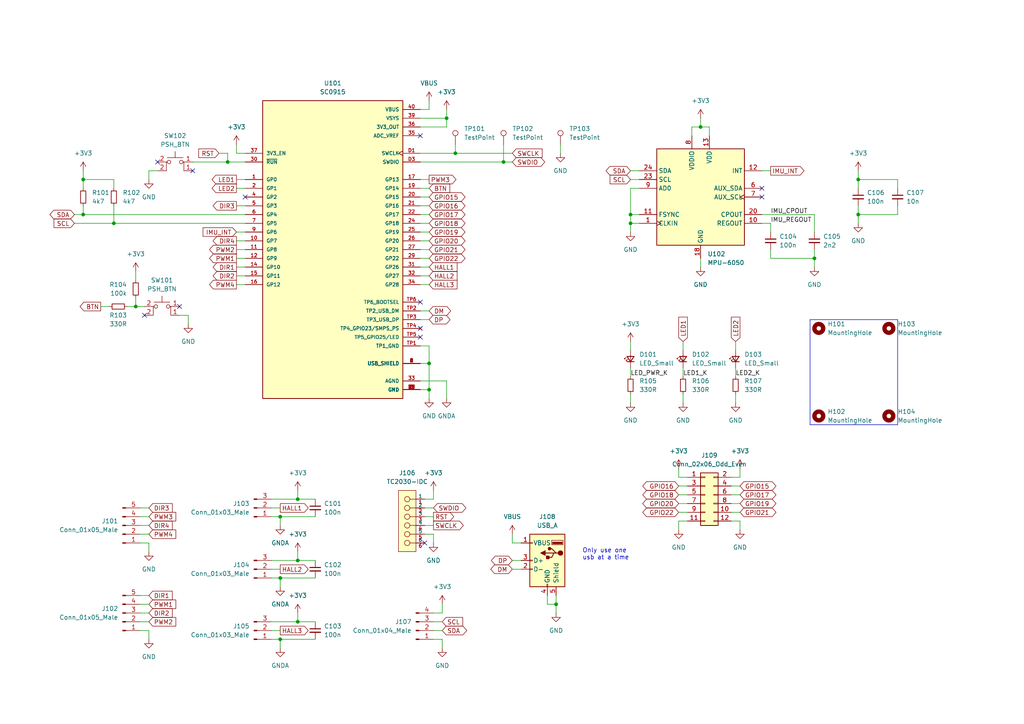
<source format=kicad_sch>
(kicad_sch (version 20211123) (generator eeschema)
  (paper "A4")
  (lib_symbols
    (symbol "2030-IDC:TC2030-IDC" (pin_names (offset 0))
      (property "Reference" "J" (at 0 11.43 0))
      (property "Value" "TC2030-IDC" (at 0 8.89 0))
      (symbol "TC2030-IDC_1_1"
        (pin passive line (at 5.08 5.08 180) (length 2.54) (name "1") (number "1"))
        (pin passive line (at 5.08 2.54 180) (length 2.54) (name "2") (number "2"))
        (pin passive line (at 5.08 0 180) (length 2.54) (name "3") (number "3"))
        (pin passive line (at 5.08 -2.54 180) (length 2.54) (name "4") (number "4"))
        (pin passive line (at 5.08 -5.08 180) (length 2.54) (name "5") (number "5"))
        (pin passive line (at 5.08 -7.62 180) (length 2.54) (name "6") (number "6"))
      )
    )
    (symbol "Connector:Conn_01x03_Male" (pin_names (offset 1.016) hide)
      (property "Reference" "J" (at 0 5.08 0))
      (property "Value" "Conn_01x03_Male" (at 0 -5.08 0))
      (symbol "Conn_01x03_Male_1_1"
        (pin passive line (at 5.08 2.54 180) (length 3.81) (name "Pin_1") (number "1"))
        (pin passive line (at 5.08 0 180) (length 3.81) (name "Pin_2") (number "2"))
        (pin passive line (at 5.08 -2.54 180) (length 3.81) (name "Pin_3") (number "3"))
      )
    )
    (symbol "Connector:Conn_01x04_Male" (pin_names (offset 1.016) hide)
      (property "Reference" "J" (at 0 5.08 0))
      (property "Value" "Conn_01x04_Male" (at 0 -7.62 0))
      (symbol "Conn_01x04_Male_1_1"
        (pin passive line (at 5.08 2.54 180) (length 3.81) (name "Pin_1") (number "1"))
        (pin passive line (at 5.08 0 180) (length 3.81) (name "Pin_2") (number "2"))
        (pin passive line (at 5.08 -2.54 180) (length 3.81) (name "Pin_3") (number "3"))
        (pin passive line (at 5.08 -5.08 180) (length 3.81) (name "Pin_4") (number "4"))
      )
    )
    (symbol "Connector:Conn_01x05_Male" (pin_names (offset 1.016) hide)
      (property "Reference" "J" (at 0 7.62 0))
      (property "Value" "Conn_01x05_Male" (at 0 -7.62 0))
      (symbol "Conn_01x05_Male_1_1"
        (pin passive line (at 5.08 5.08 180) (length 3.81) (name "Pin_1") (number "1"))
        (pin passive line (at 5.08 2.54 180) (length 3.81) (name "Pin_2") (number "2"))
        (pin passive line (at 5.08 0 180) (length 3.81) (name "Pin_3") (number "3"))
        (pin passive line (at 5.08 -2.54 180) (length 3.81) (name "Pin_4") (number "4"))
        (pin passive line (at 5.08 -5.08 180) (length 3.81) (name "Pin_5") (number "5"))
      )
    )
    (symbol "Connector:TestPoint" (pin_numbers hide) (pin_names (offset 0.762) hide)
      (property "Reference" "TP" (at 0 6.858 0))
      (property "Value" "TestPoint" (at 0 5.08 0))
      (symbol "TestPoint_1_1"
        (pin passive line (at 0 0 90) (length 2.54) (name "1") (number "1"))
      )
    )
    (symbol "Connector:USB_A" (pin_names (offset 1.016))
      (property "Reference" "J" (at -5.08 11.43 0))
      (property "Value" "USB_A" (at -5.08 8.89 0))
      (symbol "USB_A_1_1"
        (pin power_in line (at 7.62 5.08 180) (length 2.54) (name "VBUS") (number "1"))
        (pin bidirectional line (at 7.62 -2.54 180) (length 2.54) (name "D-") (number "2"))
        (pin bidirectional line (at 7.62 0 180) (length 2.54) (name "D+") (number "3"))
        (pin power_in line (at 0 -10.16 90) (length 2.54) (name "GND") (number "4"))
        (pin passive line (at -2.54 -10.16 90) (length 2.54) (name "Shield") (number "5"))
      )
    )
    (symbol "Connector_Generic:Conn_02x06_Odd_Even" (pin_names (offset 1.016) hide)
      (property "Reference" "J" (at 1.27 7.62 0))
      (property "Value" "Conn_02x06_Odd_Even" (at 1.27 -10.16 0))
      (symbol "Conn_02x06_Odd_Even_1_1"
        (pin passive line (at -5.08 5.08 0) (length 3.81) (name "Pin_1") (number "1"))
        (pin passive line (at 7.62 -5.08 180) (length 3.81) (name "Pin_10") (number "10"))
        (pin passive line (at -5.08 -7.62 0) (length 3.81) (name "Pin_11") (number "11"))
        (pin passive line (at 7.62 -7.62 180) (length 3.81) (name "Pin_12") (number "12"))
        (pin passive line (at 7.62 5.08 180) (length 3.81) (name "Pin_2") (number "2"))
        (pin passive line (at -5.08 2.54 0) (length 3.81) (name "Pin_3") (number "3"))
        (pin passive line (at 7.62 2.54 180) (length 3.81) (name "Pin_4") (number "4"))
        (pin passive line (at -5.08 0 0) (length 3.81) (name "Pin_5") (number "5"))
        (pin passive line (at 7.62 0 180) (length 3.81) (name "Pin_6") (number "6"))
        (pin passive line (at -5.08 -2.54 0) (length 3.81) (name "Pin_7") (number "7"))
        (pin passive line (at 7.62 -2.54 180) (length 3.81) (name "Pin_8") (number "8"))
        (pin passive line (at -5.08 -5.08 0) (length 3.81) (name "Pin_9") (number "9"))
      )
    )
    (symbol "Device:C_Small" (pin_numbers hide) (pin_names (offset 0.254) hide)
      (property "Reference" "C" (at 0.254 1.778 0))
      (property "Value" "C_Small" (at 0.254 -2.032 0))
      (symbol "C_Small_1_1"
        (pin passive line (at 0 2.54 270) (length 2.032) (name "~") (number "1"))
        (pin passive line (at 0 -2.54 90) (length 2.032) (name "~") (number "2"))
      )
    )
    (symbol "Device:LED_Small" (pin_numbers hide) (pin_names (offset 0.254) hide)
      (property "Reference" "D" (at -1.27 3.175 0))
      (property "Value" "LED_Small" (at -4.445 -2.54 0))
      (symbol "LED_Small_1_1"
        (pin passive line (at -2.54 0 0) (length 1.778) (name "K") (number "1"))
        (pin passive line (at 2.54 0 180) (length 1.778) (name "A") (number "2"))
      )
    )
    (symbol "Device:R_Small" (pin_numbers hide) (pin_names (offset 0.254) hide)
      (property "Reference" "R" (at 0.762 0.508 0))
      (property "Value" "R_Small" (at 0.762 -1.016 0))
      (symbol "R_Small_1_1"
        (pin passive line (at 0 2.54 270) (length 0.762) (name "~") (number "1"))
        (pin passive line (at 0 -2.54 90) (length 0.762) (name "~") (number "2"))
      )
    )
    (symbol "Mechanical:MountingHole" (pin_names (offset 1.016))
      (property "Reference" "H" (at 0 5.08 0))
      (property "Value" "MountingHole" (at 0 3.175 0))
    )
    (symbol "Personal Library:PSH_BTN" (pin_names (offset 1.016) hide)
      (property "Reference" "SW" (at -1.27 10.16 0))
      (property "Value" "PSH_BTN" (at 0 6.985 0))
      (symbol "PSH_BTN_0_1"
        (pin passive line (at -5.08 0 0) (length 2.54) (name "1") (number "1"))
        (pin passive line (at -5.08 2.54 0) (length 2.54) (name "1") (number "1"))
        (pin passive line (at 5.08 0 180) (length 2.54) (name "2") (number "2"))
        (pin passive line (at 5.08 2.54 180) (length 2.54) (name "2") (number "2"))
      )
    )
    (symbol "SC0915:SC0915" (pin_names (offset 1.016))
      (property "Reference" "U" (at -20.32 44.069 0))
      (property "Value" "SC0915" (at -20.32 -45.72 0))
      (symbol "SC0915_0_0"
        (pin bidirectional line (at -25.4 20.32 0) (length 5.08) (name "GP0") (number "1"))
        (pin bidirectional line (at -25.4 2.54 0) (length 5.08) (name "GP7") (number "10"))
        (pin bidirectional line (at -25.4 0 0) (length 5.08) (name "GP8") (number "11"))
        (pin bidirectional line (at -25.4 -2.54 0) (length 5.08) (name "GP9") (number "12"))
        (pin power_in line (at 25.4 -40.64 180) (length 5.08) (name "GND") (number "13"))
        (pin bidirectional line (at -25.4 -5.08 0) (length 5.08) (name "GP10") (number "14"))
        (pin bidirectional line (at -25.4 -7.62 0) (length 5.08) (name "GP11") (number "15"))
        (pin bidirectional line (at -25.4 -10.16 0) (length 5.08) (name "GP12") (number "16"))
        (pin bidirectional line (at 25.4 20.32 180) (length 5.08) (name "GP13") (number "17"))
        (pin power_in line (at 25.4 -40.64 180) (length 5.08) (name "GND") (number "18"))
        (pin bidirectional line (at 25.4 17.78 180) (length 5.08) (name "GP14") (number "19"))
        (pin bidirectional line (at -25.4 17.78 0) (length 5.08) (name "GP1") (number "2"))
        (pin bidirectional line (at 25.4 15.24 180) (length 5.08) (name "GP15") (number "20"))
        (pin bidirectional line (at 25.4 12.7 180) (length 5.08) (name "GP16") (number "21"))
        (pin bidirectional line (at 25.4 10.16 180) (length 5.08) (name "GP17") (number "22"))
        (pin power_in line (at 25.4 -40.64 180) (length 5.08) (name "GND") (number "23"))
        (pin bidirectional line (at 25.4 7.62 180) (length 5.08) (name "GP18") (number "24"))
        (pin bidirectional line (at 25.4 5.08 180) (length 5.08) (name "GP19") (number "25"))
        (pin bidirectional line (at 25.4 2.54 180) (length 5.08) (name "GP20") (number "26"))
        (pin bidirectional line (at 25.4 0 180) (length 5.08) (name "GP21") (number "27"))
        (pin power_in line (at 25.4 -40.64 180) (length 5.08) (name "GND") (number "28"))
        (pin bidirectional line (at 25.4 -2.54 180) (length 5.08) (name "GP22") (number "29"))
        (pin power_in line (at 25.4 -40.64 180) (length 5.08) (name "GND") (number "3"))
        (pin input line (at -25.4 25.4 0) (length 5.08) (name "~{RUN}") (number "30"))
        (pin bidirectional line (at 25.4 -5.08 180) (length 5.08) (name "GP26") (number "31"))
        (pin bidirectional line (at 25.4 -7.62 180) (length 5.08) (name "GP27") (number "32"))
        (pin power_in line (at 25.4 -38.1 180) (length 5.08) (name "AGND") (number "33"))
        (pin bidirectional line (at 25.4 -10.16 180) (length 5.08) (name "GP28") (number "34"))
        (pin power_in line (at 25.4 33.02 180) (length 5.08) (name "ADC_VREF") (number "35"))
        (pin power_in line (at 25.4 35.56 180) (length 5.08) (name "3V3_OUT") (number "36"))
        (pin input line (at -25.4 27.94 0) (length 5.08) (name "3V3_EN") (number "37"))
        (pin power_in line (at 25.4 -40.64 180) (length 5.08) (name "GND") (number "38"))
        (pin power_in line (at 25.4 38.1 180) (length 5.08) (name "VSYS") (number "39"))
        (pin bidirectional line (at -25.4 15.24 0) (length 5.08) (name "GP2") (number "4"))
        (pin power_in line (at 25.4 40.64 180) (length 5.08) (name "VBUS") (number "40"))
        (pin bidirectional line (at -25.4 12.7 0) (length 5.08) (name "GP3") (number "5"))
        (pin bidirectional line (at -25.4 10.16 0) (length 5.08) (name "GP4") (number "6"))
        (pin bidirectional line (at -25.4 7.62 0) (length 5.08) (name "GP5") (number "7"))
        (pin power_in line (at 25.4 -40.64 180) (length 5.08) (name "GND") (number "8"))
        (pin bidirectional line (at -25.4 5.08 0) (length 5.08) (name "GP6") (number "9"))
        (pin power_in line (at 25.4 -33.02 180) (length 5.08) (name "USB_SHIELD") (number "A"))
        (pin power_in line (at 25.4 -33.02 180) (length 5.08) (name "USB_SHIELD") (number "B"))
        (pin power_in line (at 25.4 -33.02 180) (length 5.08) (name "USB_SHIELD") (number "C"))
        (pin power_in line (at 25.4 -33.02 180) (length 5.08) (name "USB_SHIELD") (number "D"))
        (pin input clock (at 25.4 27.94 180) (length 5.08) (name "SWCLK") (number "D1"))
        (pin power_in line (at 25.4 -40.64 180) (length 5.08) (name "GND") (number "D2"))
        (pin bidirectional line (at 25.4 25.4 180) (length 5.08) (name "SWDIO") (number "D3"))
        (pin power_in line (at 25.4 -27.94 180) (length 5.08) (name "TP1_GND") (number "TP1"))
        (pin bidirectional line (at 25.4 -17.78 180) (length 5.08) (name "TP2_USB_DM") (number "TP2"))
        (pin bidirectional line (at 25.4 -20.32 180) (length 5.08) (name "TP3_USB_DP") (number "TP3"))
        (pin no_connect line (at 25.4 -22.86 180) (length 5.08) (name "TP4_GPIO23/SMPS_PS") (number "TP4"))
        (pin output line (at 25.4 -25.4 180) (length 5.08) (name "TP5_GPIO25/LED") (number "TP5"))
        (pin input line (at 25.4 -15.24 180) (length 5.08) (name "TP6_BOOTSEL") (number "TP6"))
      )
    )
    (symbol "Sensor_Motion:MPU-6050"
      (property "Reference" "U" (at -11.43 13.97 0))
      (property "Value" "MPU-6050" (at 7.62 -15.24 0))
      (symbol "MPU-6050_0_0"
        (text "" (at 12.7 -2.54 0) (effects (font (size 1.27 1.27))))
      )
      (symbol "MPU-6050_1_1"
        (pin input clock (at -17.78 -7.62 0) (length 5.08) (name "CLKIN") (number "1"))
        (pin passive line (at 17.78 -7.62 180) (length 5.08) (name "REGOUT") (number "10"))
        (pin input line (at -17.78 -5.08 0) (length 5.08) (name "FSYNC") (number "11"))
        (pin output line (at 17.78 7.62 180) (length 5.08) (name "INT") (number "12"))
        (pin power_in line (at 2.54 17.78 270) (length 3.81) (name "VDD") (number "13"))
        (pin no_connect line (at -12.7 -10.16 0) (length 2.54) hide (name "NC") (number "14"))
        (pin no_connect line (at 12.7 12.7 180) (length 2.54) hide (name "NC") (number "15"))
        (pin no_connect line (at 12.7 10.16 180) (length 2.54) hide (name "NC") (number "16"))
        (pin no_connect line (at 12.7 5.08 180) (length 2.54) hide (name "NC") (number "17"))
        (pin power_in line (at 0 -17.78 90) (length 3.81) (name "GND") (number "18"))
        (pin no_connect line (at 12.7 -10.16 180) (length 2.54) hide (name "NC") (number "19"))
        (pin no_connect line (at -12.7 12.7 0) (length 2.54) hide (name "NC") (number "2"))
        (pin passive line (at 17.78 -5.08 180) (length 5.08) (name "CPOUT") (number "20"))
        (pin no_connect line (at 12.7 -2.54 180) (length 2.54) hide (name "NC") (number "21"))
        (pin no_connect line (at 12.7 -12.7 180) (length 2.54) hide (name "NC") (number "22"))
        (pin input line (at -17.78 5.08 0) (length 5.08) (name "SCL") (number "23"))
        (pin bidirectional line (at -17.78 7.62 0) (length 5.08) (name "SDA") (number "24"))
        (pin no_connect line (at -12.7 10.16 0) (length 2.54) hide (name "NC") (number "3"))
        (pin no_connect line (at -12.7 0 0) (length 2.54) hide (name "NC") (number "4"))
        (pin no_connect line (at -12.7 -2.54 0) (length 2.54) hide (name "NC") (number "5"))
        (pin bidirectional line (at 17.78 2.54 180) (length 5.08) (name "AUX_SDA") (number "6"))
        (pin output clock (at 17.78 0 180) (length 5.08) (name "AUX_SCL") (number "7"))
        (pin power_in line (at -2.54 17.78 270) (length 3.81) (name "VDDIO") (number "8"))
        (pin input line (at -17.78 2.54 0) (length 5.08) (name "AD0") (number "9"))
      )
    )
    (symbol "power:+3V3" (power) (pin_names (offset 0))
      (property "Value" "+3V3" (at 0 3.556 0))
      (symbol "+3V3_1_1"
        (pin power_in line (at 0 0 90) (length 0) hide (name "+3V3") (number "1"))
      )
    )
    (symbol "power:GND" (power) (pin_names (offset 0))
      (property "Value" "GND" (at 0 -3.81 0))
      (symbol "GND_1_1"
        (pin power_in line (at 0 0 270) (length 0) hide (name "GND") (number "1"))
      )
    )
    (symbol "power:GNDA" (power) (pin_names (offset 0))
      (property "Value" "GNDA" (at 0 -3.81 0))
      (symbol "GNDA_1_1"
        (pin power_in line (at 0 0 270) (length 0) hide (name "GNDA") (number "1"))
      )
    )
    (symbol "power:VBUS" (power) (pin_names (offset 0))
      (property "Value" "VBUS" (at 0 3.81 0))
      (symbol "VBUS_1_1"
        (pin power_in line (at 0 0 90) (length 0) hide (name "VBUS") (number "1"))
      )
    )
  )
  (junction (at 124.46 105.41))
  (junction (at 236.22 74.93))
  (junction (at 182.88 62.23))
  (junction (at 146.05 46.99))
  (junction (at 129.54 34.29))
  (junction (at 161.29 175.26))
  (junction (at 33.02 64.77))
  (junction (at 86.36 144.78))
  (junction (at 248.92 52.07))
  (junction (at 81.28 149.86))
  (junction (at 86.36 162.56))
  (junction (at 81.28 167.64))
  (junction (at 81.28 185.42))
  (junction (at 86.36 180.34))
  (junction (at 24.13 52.07))
  (junction (at 39.37 88.9))
  (junction (at 132.08 44.45))
  (junction (at 124.46 113.03))
  (junction (at 248.92 62.23))
  (junction (at 24.13 62.23))
  (junction (at 66.04 46.99))
  (junction (at 182.88 64.77))
  (junction (at 203.2 36.83))
  (no_connect (at 220.98 54.61))
  (no_connect (at 121.92 95.25))
  (no_connect (at 121.92 97.79))
  (no_connect (at 123.19 157.48))
  (no_connect (at 41.91 91.44))
  (no_connect (at 45.72 46.99))
  (no_connect (at 71.12 57.15))
  (no_connect (at 220.98 57.15))
  (no_connect (at 121.92 39.37))
  (no_connect (at 52.07 88.9))
  (no_connect (at 55.88 49.53))
  (no_connect (at 121.92 87.63))
  (wire (pts (xy 260.35 54.61) (xy 260.35 52.07)))
  (wire (pts (xy 124.46 105.41) (xy 124.46 113.03)))
  (wire (pts (xy 203.2 36.83) (xy 205.74 36.83)))
  (wire (pts (xy 161.29 175.26) (xy 161.29 172.72)))
  (wire (pts (xy 146.05 46.99) (xy 148.59 46.99)))
  (wire (pts (xy 196.85 135.89) (xy 196.85 138.43)))
  (wire (pts (xy 121.92 82.55) (xy 124.46 82.55)))
  (wire (pts (xy 121.92 113.03) (xy 124.46 113.03)))
  (wire (pts (xy 124.46 100.33) (xy 124.46 105.41)))
  (wire (pts (xy 125.73 152.4) (xy 123.19 152.4)))
  (wire (pts (xy 121.92 59.69) (xy 124.46 59.69)))
  (wire (pts (xy 86.36 144.78) (xy 86.36 142.24)))
  (wire (pts (xy 39.37 78.74) (xy 39.37 81.28)))
  (wire (pts (xy 214.63 146.05) (xy 212.09 146.05)))
  (wire (pts (xy 182.88 99.06) (xy 182.88 101.6)))
  (wire (pts (xy 198.12 99.06) (xy 198.12 101.6)))
  (wire (pts (xy 148.59 154.94) (xy 148.59 157.48)))
  (wire (pts (xy 213.36 99.06) (xy 213.36 101.6)))
  (wire (pts (xy 182.88 49.53) (xy 185.42 49.53)))
  (wire (pts (xy 121.92 110.49) (xy 129.54 110.49)))
  (wire (pts (xy 182.88 64.77) (xy 185.42 64.77)))
  (wire (pts (xy 205.74 36.83) (xy 205.74 39.37)))
  (wire (pts (xy 43.18 177.8) (xy 40.64 177.8)))
  (wire (pts (xy 132.08 44.45) (xy 148.59 44.45)))
  (wire (pts (xy 43.18 149.86) (xy 40.64 149.86)))
  (wire (pts (xy 68.58 44.45) (xy 68.58 41.91)))
  (wire (pts (xy 128.27 180.34) (xy 125.73 180.34)))
  (wire (pts (xy 196.85 140.97) (xy 199.39 140.97)))
  (wire (pts (xy 196.85 146.05) (xy 199.39 146.05)))
  (polyline (pts (xy 234.95 92.71) (xy 234.95 123.19)) (stroke (width 0) (type solid)))
  (wire (pts (xy 223.52 64.77) (xy 220.98 64.77)))
  (wire (pts (xy 185.42 54.61) (xy 182.88 54.61)))
  (wire (pts (xy 124.46 115.57) (xy 124.46 113.03)))
  (wire (pts (xy 81.28 182.88) (xy 78.74 182.88)))
  (wire (pts (xy 212.09 151.13) (xy 214.63 151.13)))
  (wire (pts (xy 223.52 72.39) (xy 223.52 74.93)))
  (wire (pts (xy 124.46 52.07) (xy 121.92 52.07)))
  (wire (pts (xy 124.46 92.71) (xy 121.92 92.71)))
  (wire (pts (xy 66.04 46.99) (xy 71.12 46.99)))
  (polyline (pts (xy 260.35 123.19) (xy 234.95 123.19)) (stroke (width 0) (type solid)))
  (wire (pts (xy 236.22 62.23) (xy 236.22 67.31)))
  (wire (pts (xy 121.92 77.47) (xy 124.46 77.47)))
  (wire (pts (xy 129.54 36.83) (xy 129.54 34.29)))
  (wire (pts (xy 81.28 185.42) (xy 78.74 185.42)))
  (wire (pts (xy 132.08 44.45) (xy 121.92 44.45)))
  (wire (pts (xy 248.92 49.53) (xy 248.92 52.07)))
  (wire (pts (xy 200.66 36.83) (xy 203.2 36.83)))
  (wire (pts (xy 260.35 62.23) (xy 248.92 62.23)))
  (wire (pts (xy 128.27 182.88) (xy 125.73 182.88)))
  (wire (pts (xy 248.92 64.77) (xy 248.92 62.23)))
  (wire (pts (xy 200.66 36.83) (xy 200.66 39.37)))
  (wire (pts (xy 196.85 151.13) (xy 199.39 151.13)))
  (wire (pts (xy 68.58 67.31) (xy 71.12 67.31)))
  (wire (pts (xy 68.58 52.07) (xy 71.12 52.07)))
  (wire (pts (xy 260.35 59.69) (xy 260.35 62.23)))
  (wire (pts (xy 81.28 170.18) (xy 81.28 167.64)))
  (wire (pts (xy 24.13 62.23) (xy 71.12 62.23)))
  (wire (pts (xy 68.58 82.55) (xy 71.12 82.55)))
  (wire (pts (xy 129.54 110.49) (xy 129.54 115.57)))
  (wire (pts (xy 43.18 49.53) (xy 45.72 49.53)))
  (wire (pts (xy 81.28 147.32) (xy 78.74 147.32)))
  (wire (pts (xy 146.05 41.91) (xy 146.05 46.99)))
  (wire (pts (xy 198.12 109.22) (xy 198.12 106.68)))
  (wire (pts (xy 128.27 185.42) (xy 125.73 185.42)))
  (wire (pts (xy 214.63 138.43) (xy 214.63 135.89)))
  (wire (pts (xy 260.35 52.07) (xy 248.92 52.07)))
  (wire (pts (xy 81.28 152.4) (xy 81.28 149.86)))
  (wire (pts (xy 196.85 153.67) (xy 196.85 151.13)))
  (wire (pts (xy 81.28 165.1) (xy 78.74 165.1)))
  (wire (pts (xy 128.27 187.96) (xy 128.27 185.42)))
  (wire (pts (xy 43.18 172.72) (xy 40.64 172.72)))
  (wire (pts (xy 33.02 52.07) (xy 24.13 52.07)))
  (wire (pts (xy 63.5 44.45) (xy 66.04 44.45)))
  (wire (pts (xy 124.46 31.75) (xy 121.92 31.75)))
  (wire (pts (xy 86.36 180.34) (xy 86.36 177.8)))
  (wire (pts (xy 24.13 49.53) (xy 24.13 52.07)))
  (wire (pts (xy 36.83 88.9) (xy 39.37 88.9)))
  (wire (pts (xy 121.92 67.31) (xy 124.46 67.31)))
  (wire (pts (xy 158.75 175.26) (xy 161.29 175.26)))
  (wire (pts (xy 43.18 154.94) (xy 40.64 154.94)))
  (wire (pts (xy 21.59 62.23) (xy 24.13 62.23)))
  (wire (pts (xy 86.36 180.34) (xy 91.44 180.34)))
  (wire (pts (xy 198.12 116.84) (xy 198.12 114.3)))
  (wire (pts (xy 43.18 182.88) (xy 40.64 182.88)))
  (wire (pts (xy 121.92 36.83) (xy 129.54 36.83)))
  (wire (pts (xy 81.28 149.86) (xy 78.74 149.86)))
  (wire (pts (xy 68.58 59.69) (xy 71.12 59.69)))
  (wire (pts (xy 213.36 109.22) (xy 213.36 106.68)))
  (wire (pts (xy 43.18 52.07) (xy 43.18 49.53)))
  (wire (pts (xy 121.92 34.29) (xy 129.54 34.29)))
  (wire (pts (xy 124.46 57.15) (xy 121.92 57.15)))
  (wire (pts (xy 121.92 46.99) (xy 146.05 46.99)))
  (wire (pts (xy 223.52 74.93) (xy 236.22 74.93)))
  (wire (pts (xy 121.92 80.01) (xy 124.46 80.01)))
  (wire (pts (xy 24.13 52.07) (xy 24.13 54.61)))
  (wire (pts (xy 129.54 34.29) (xy 129.54 31.75)))
  (wire (pts (xy 68.58 54.61) (xy 71.12 54.61)))
  (wire (pts (xy 86.36 162.56) (xy 91.44 162.56)))
  (wire (pts (xy 196.85 143.51) (xy 199.39 143.51)))
  (wire (pts (xy 71.12 44.45) (xy 68.58 44.45)))
  (wire (pts (xy 24.13 59.69) (xy 24.13 62.23)))
  (wire (pts (xy 81.28 185.42) (xy 91.44 185.42)))
  (wire (pts (xy 214.63 143.51) (xy 212.09 143.51)))
  (wire (pts (xy 81.28 167.64) (xy 78.74 167.64)))
  (wire (pts (xy 158.75 172.72) (xy 158.75 175.26)))
  (wire (pts (xy 182.88 116.84) (xy 182.88 114.3)))
  (wire (pts (xy 124.46 72.39) (xy 121.92 72.39)))
  (wire (pts (xy 162.56 44.45) (xy 162.56 41.91)))
  (wire (pts (xy 54.61 91.44) (xy 54.61 93.98)))
  (wire (pts (xy 196.85 138.43) (xy 199.39 138.43)))
  (wire (pts (xy 55.88 46.99) (xy 66.04 46.99)))
  (wire (pts (xy 203.2 36.83) (xy 203.2 34.29)))
  (wire (pts (xy 125.73 157.48) (xy 125.73 154.94)))
  (wire (pts (xy 182.88 67.31) (xy 182.88 64.77)))
  (wire (pts (xy 132.08 41.91) (xy 132.08 44.45)))
  (wire (pts (xy 248.92 59.69) (xy 248.92 62.23)))
  (wire (pts (xy 124.46 29.21) (xy 124.46 31.75)))
  (wire (pts (xy 223.52 64.77) (xy 223.52 67.31)))
  (wire (pts (xy 43.18 180.34) (xy 40.64 180.34)))
  (wire (pts (xy 214.63 140.97) (xy 212.09 140.97)))
  (wire (pts (xy 124.46 74.93) (xy 121.92 74.93)))
  (wire (pts (xy 182.88 52.07) (xy 185.42 52.07)))
  (wire (pts (xy 21.59 64.77) (xy 33.02 64.77)))
  (wire (pts (xy 182.88 109.22) (xy 182.88 106.68)))
  (wire (pts (xy 86.36 162.56) (xy 86.36 160.02)))
  (wire (pts (xy 148.59 162.56) (xy 151.13 162.56)))
  (wire (pts (xy 78.74 162.56) (xy 86.36 162.56)))
  (wire (pts (xy 125.73 154.94) (xy 123.19 154.94)))
  (wire (pts (xy 66.04 44.45) (xy 66.04 46.99)))
  (wire (pts (xy 185.42 62.23) (xy 182.88 62.23)))
  (wire (pts (xy 43.18 147.32) (xy 40.64 147.32)))
  (wire (pts (xy 121.92 64.77) (xy 124.46 64.77)))
  (wire (pts (xy 182.88 54.61) (xy 182.88 62.23)))
  (wire (pts (xy 43.18 175.26) (xy 40.64 175.26)))
  (wire (pts (xy 212.09 138.43) (xy 214.63 138.43)))
  (wire (pts (xy 43.18 160.02) (xy 43.18 157.48)))
  (wire (pts (xy 29.21 88.9) (xy 31.75 88.9)))
  (wire (pts (xy 33.02 54.61) (xy 33.02 52.07)))
  (wire (pts (xy 223.52 49.53) (xy 220.98 49.53)))
  (wire (pts (xy 33.02 64.77) (xy 71.12 64.77)))
  (wire (pts (xy 236.22 74.93) (xy 236.22 72.39)))
  (wire (pts (xy 81.28 187.96) (xy 81.28 185.42)))
  (wire (pts (xy 81.28 149.86) (xy 91.44 149.86)))
  (polyline (pts (xy 234.95 92.71) (xy 260.35 92.71)) (stroke (width 0) (type solid)))
  (wire (pts (xy 78.74 144.78) (xy 86.36 144.78)))
  (wire (pts (xy 78.74 180.34) (xy 86.36 180.34)))
  (wire (pts (xy 123.19 144.78) (xy 125.73 144.78)))
  (wire (pts (xy 43.18 157.48) (xy 40.64 157.48)))
  (wire (pts (xy 43.18 185.42) (xy 43.18 182.88)))
  (wire (pts (xy 213.36 116.84) (xy 213.36 114.3)))
  (wire (pts (xy 39.37 86.36) (xy 39.37 88.9)))
  (wire (pts (xy 39.37 88.9) (xy 41.91 88.9)))
  (wire (pts (xy 68.58 77.47) (xy 71.12 77.47)))
  (wire (pts (xy 121.92 105.41) (xy 124.46 105.41)))
  (wire (pts (xy 128.27 177.8) (xy 128.27 175.26)))
  (wire (pts (xy 43.18 152.4) (xy 40.64 152.4)))
  (wire (pts (xy 125.73 177.8) (xy 128.27 177.8)))
  (wire (pts (xy 148.59 165.1) (xy 151.13 165.1)))
  (polyline (pts (xy 260.35 92.71) (xy 260.35 123.19)) (stroke (width 0) (type solid)))
  (wire (pts (xy 68.58 80.01) (xy 71.12 80.01)))
  (wire (pts (xy 123.19 149.86) (xy 125.73 149.86)))
  (wire (pts (xy 196.85 148.59) (xy 199.39 148.59)))
  (wire (pts (xy 86.36 144.78) (xy 91.44 144.78)))
  (wire (pts (xy 125.73 144.78) (xy 125.73 142.24)))
  (wire (pts (xy 214.63 151.13) (xy 214.63 153.67)))
  (wire (pts (xy 81.28 167.64) (xy 91.44 167.64)))
  (wire (pts (xy 203.2 74.93) (xy 203.2 77.47)))
  (wire (pts (xy 124.46 90.17) (xy 121.92 90.17)))
  (wire (pts (xy 121.92 69.85) (xy 124.46 69.85)))
  (wire (pts (xy 148.59 157.48) (xy 151.13 157.48)))
  (wire (pts (xy 248.92 52.07) (xy 248.92 54.61)))
  (wire (pts (xy 68.58 74.93) (xy 71.12 74.93)))
  (wire (pts (xy 236.22 77.47) (xy 236.22 74.93)))
  (wire (pts (xy 220.98 62.23) (xy 236.22 62.23)))
  (wire (pts (xy 33.02 59.69) (xy 33.02 64.77)))
  (wire (pts (xy 125.73 147.32) (xy 123.19 147.32)))
  (wire (pts (xy 68.58 69.85) (xy 71.12 69.85)))
  (wire (pts (xy 121.92 100.33) (xy 124.46 100.33)))
  (wire (pts (xy 182.88 62.23) (xy 182.88 64.77)))
  (wire (pts (xy 214.63 148.59) (xy 212.09 148.59)))
  (wire (pts (xy 161.29 177.8) (xy 161.29 175.26)))
  (wire (pts (xy 68.58 72.39) (xy 71.12 72.39)))
  (wire (pts (xy 124.46 54.61) (xy 121.92 54.61)))
  (wire (pts (xy 52.07 91.44) (xy 54.61 91.44)))
  (wire (pts (xy 121.92 62.23) (xy 124.46 62.23)))
  (text "Only use one\nusb at a time" (at 168.91 162.56 0) (effects (font (size 1.27 1.27)) (justify left bottom)))
  (label "LED_PWR_K" (at 182.88 109.22 0))
  (label "LED2_K" (at 213.36 109.22 0))
  (label "LED1_K" (at 198.12 109.22 0))
  (label "IMU_REGOUT" (at 223.52 64.77 0))
  (label "IMU_CPOUT" (at 223.52 62.23 0))
  (global_label "BTN" (shape input) (at 124.46 54.61 0) (property "Intersheet References" "${INTERSHEET_REFS}" (effects hide)))
  (global_label "BTN" (shape output) (at 29.21 88.9 180) (property "Intersheet References" "${INTERSHEET_REFS}" (effects hide)))
  (global_label "DIR4" (shape output) (at 68.58 69.85 180) (property "Intersheet References" "${INTERSHEET_REFS}" (effects hide)))
  (global_label "HALL2" (shape input) (at 124.46 80.01 0) (property "Intersheet References" "${INTERSHEET_REFS}" (effects hide)))
  (global_label "DIR1" (shape input) (at 43.18 172.72 0) (property "Intersheet References" "${INTERSHEET_REFS}" (effects hide)))
  (global_label "LED2" (shape output) (at 68.58 54.61 180) (property "Intersheet References" "${INTERSHEET_REFS}" (effects hide)))
  (global_label "DIR2" (shape input) (at 43.18 177.8 0) (property "Intersheet References" "${INTERSHEET_REFS}" (effects hide)))
  (global_label "LED2" (shape input) (at 213.36 99.06 90) (property "Intersheet References" "${INTERSHEET_REFS}" (effects hide)))
  (global_label "GPIO18" (shape bidirectional) (at 124.46 64.77 0) (property "Intersheet References" "${INTERSHEET_REFS}" (effects hide)))
  (global_label "SWCLK" (shape input) (at 148.59 44.45 0) (property "Intersheet References" "${INTERSHEET_REFS}" (effects hide)))
  (global_label "PWM3" (shape output) (at 124.46 52.07 0) (property "Intersheet References" "${INTERSHEET_REFS}" (effects hide)))
  (global_label "GPIO19" (shape bidirectional) (at 124.46 67.31 0) (property "Intersheet References" "${INTERSHEET_REFS}" (effects hide)))
  (global_label "PWM3" (shape input) (at 43.18 149.86 0) (property "Intersheet References" "${INTERSHEET_REFS}" (effects hide)))
  (global_label "DIR1" (shape output) (at 68.58 77.47 180) (property "Intersheet References" "${INTERSHEET_REFS}" (effects hide)))
  (global_label "HALL1" (shape input) (at 124.46 77.47 0) (property "Intersheet References" "${INTERSHEET_REFS}" (effects hide)))
  (global_label "DP" (shape bidirectional) (at 148.59 162.56 180) (property "Intersheet References" "${INTERSHEET_REFS}" (effects hide)))
  (global_label "GPIO16" (shape bidirectional) (at 196.85 140.97 180) (property "Intersheet References" "${INTERSHEET_REFS}" (effects hide)))
  (global_label "HALL3" (shape output) (at 81.28 182.88 0) (property "Intersheet References" "${INTERSHEET_REFS}" (effects hide)))
  (global_label "SWDIO" (shape bidirectional) (at 148.59 46.99 0) (property "Intersheet References" "${INTERSHEET_REFS}" (effects hide)))
  (global_label "GPIO22" (shape bidirectional) (at 196.85 148.59 180) (property "Intersheet References" "${INTERSHEET_REFS}" (effects hide)))
  (global_label "GPIO22" (shape bidirectional) (at 124.46 74.93 0) (property "Intersheet References" "${INTERSHEET_REFS}" (effects hide)))
  (global_label "DM" (shape bidirectional) (at 148.59 165.1 180) (property "Intersheet References" "${INTERSHEET_REFS}" (effects hide)))
  (global_label "SCL" (shape input) (at 182.88 52.07 180) (property "Intersheet References" "${INTERSHEET_REFS}" (effects hide)))
  (global_label "DIR4" (shape input) (at 43.18 152.4 0) (property "Intersheet References" "${INTERSHEET_REFS}" (effects hide)))
  (global_label "SDA" (shape bidirectional) (at 21.59 62.23 180) (property "Intersheet References" "${INTERSHEET_REFS}" (effects hide)))
  (global_label "SCL" (shape input) (at 21.59 64.77 180) (property "Intersheet References" "${INTERSHEET_REFS}" (effects hide)))
  (global_label "PWM4" (shape output) (at 68.58 82.55 180) (property "Intersheet References" "${INTERSHEET_REFS}" (effects hide)))
  (global_label "PWM1" (shape output) (at 68.58 74.93 180) (property "Intersheet References" "${INTERSHEET_REFS}" (effects hide)))
  (global_label "PWM2" (shape input) (at 43.18 180.34 0) (property "Intersheet References" "${INTERSHEET_REFS}" (effects hide)))
  (global_label "GPIO15" (shape bidirectional) (at 214.63 140.97 0) (property "Intersheet References" "${INTERSHEET_REFS}" (effects hide)))
  (global_label "GPIO19" (shape bidirectional) (at 214.63 146.05 0) (property "Intersheet References" "${INTERSHEET_REFS}" (effects hide)))
  (global_label "DP" (shape bidirectional) (at 124.46 92.71 0) (property "Intersheet References" "${INTERSHEET_REFS}" (effects hide)))
  (global_label "DIR2" (shape output) (at 68.58 80.01 180) (property "Intersheet References" "${INTERSHEET_REFS}" (effects hide)))
  (global_label "GPIO17" (shape bidirectional) (at 214.63 143.51 0) (property "Intersheet References" "${INTERSHEET_REFS}" (effects hide)))
  (global_label "DIR3" (shape output) (at 68.58 59.69 180) (property "Intersheet References" "${INTERSHEET_REFS}" (effects hide)))
  (global_label "GPIO21" (shape bidirectional) (at 214.63 148.59 0) (property "Intersheet References" "${INTERSHEET_REFS}" (effects hide)))
  (global_label "GPIO20" (shape bidirectional) (at 196.85 146.05 180) (property "Intersheet References" "${INTERSHEET_REFS}" (effects hide)))
  (global_label "DM" (shape bidirectional) (at 124.46 90.17 0) (property "Intersheet References" "${INTERSHEET_REFS}" (effects hide)))
  (global_label "SDA" (shape bidirectional) (at 128.27 182.88 0) (property "Intersheet References" "${INTERSHEET_REFS}" (effects hide)))
  (global_label "PWM4" (shape input) (at 43.18 154.94 0) (property "Intersheet References" "${INTERSHEET_REFS}" (effects hide)))
  (global_label "GPIO20" (shape bidirectional) (at 124.46 69.85 0) (property "Intersheet References" "${INTERSHEET_REFS}" (effects hide)))
  (global_label "HALL2" (shape output) (at 81.28 165.1 0) (property "Intersheet References" "${INTERSHEET_REFS}" (effects hide)))
  (global_label "HALL1" (shape output) (at 81.28 147.32 0) (property "Intersheet References" "${INTERSHEET_REFS}" (effects hide)))
  (global_label "RST" (shape input) (at 63.5 44.45 180) (property "Intersheet References" "${INTERSHEET_REFS}" (effects hide)))
  (global_label "DIR3" (shape input) (at 43.18 147.32 0) (property "Intersheet References" "${INTERSHEET_REFS}" (effects hide)))
  (global_label "SWDIO" (shape bidirectional) (at 125.73 147.32 0) (property "Intersheet References" "${INTERSHEET_REFS}" (effects hide)))
  (global_label "IMU_INT" (shape input) (at 68.58 67.31 180) (property "Intersheet References" "${INTERSHEET_REFS}" (effects hide)))
  (global_label "GPIO17" (shape bidirectional) (at 124.46 62.23 0) (property "Intersheet References" "${INTERSHEET_REFS}" (effects hide)))
  (global_label "PWM1" (shape input) (at 43.18 175.26 0) (property "Intersheet References" "${INTERSHEET_REFS}" (effects hide)))
  (global_label "HALL3" (shape input) (at 124.46 82.55 0) (property "Intersheet References" "${INTERSHEET_REFS}" (effects hide)))
  (global_label "RST" (shape output) (at 125.73 149.86 0) (property "Intersheet References" "${INTERSHEET_REFS}" (effects hide)))
  (global_label "GPIO16" (shape bidirectional) (at 124.46 59.69 0) (property "Intersheet References" "${INTERSHEET_REFS}" (effects hide)))
  (global_label "GPIO15" (shape bidirectional) (at 124.46 57.15 0) (property "Intersheet References" "${INTERSHEET_REFS}" (effects hide)))
  (global_label "IMU_INT" (shape output) (at 223.52 49.53 0) (property "Intersheet References" "${INTERSHEET_REFS}" (effects hide)))
  (global_label "GPIO21" (shape bidirectional) (at 124.46 72.39 0) (property "Intersheet References" "${INTERSHEET_REFS}" (effects hide)))
  (global_label "SWCLK" (shape output) (at 125.73 152.4 0) (property "Intersheet References" "${INTERSHEET_REFS}" (effects hide)))
  (global_label "PWM2" (shape output) (at 68.58 72.39 180) (property "Intersheet References" "${INTERSHEET_REFS}" (effects hide)))
  (global_label "SCL" (shape input) (at 128.27 180.34 0) (property "Intersheet References" "${INTERSHEET_REFS}" (effects hide)))
  (global_label "SDA" (shape bidirectional) (at 182.88 49.53 180) (property "Intersheet References" "${INTERSHEET_REFS}" (effects hide)))
  (global_label "LED1" (shape input) (at 198.12 99.06 90) (property "Intersheet References" "${INTERSHEET_REFS}" (effects hide)))
  (global_label "GPIO18" (shape bidirectional) (at 196.85 143.51 180) (property "Intersheet References" "${INTERSHEET_REFS}" (effects hide)))
  (global_label "LED1" (shape output) (at 68.58 52.07 180) (property "Intersheet References" "${INTERSHEET_REFS}" (effects hide)))
  (symbol (lib_id "Device:R_Small") (at 198.12 111.76 0) (unit 1)
    (property "Reference" "R106" (at 200.66 110.4899 0) (effects (justify left)))
    (property "Value" "330R" (at 200.66 113.0299 0) (effects (justify left)))
    (property "Footprint" "Resistor_SMD:R_0402_1005Metric" (effects hide))
  )
  (symbol (lib_id "Personal Library:PSH_BTN") (at 46.99 91.44 0) (mirror y) (unit 1)
    (property "Reference" "SW101" (at 46.99 81.28 0))
    (property "Value" "PSH_BTN" (at 46.99 83.82 0))
    (property "Footprint" "Button_Switch_THT:SW_PUSH_6mm_H5mm" (effects hide))
    (property "Datasheet" "http://www.apem.com/int/index.php?controller=attachment&id_attachment=1371" (effects hide))
  )
  (symbol (lib_id "Device:C_Small") (at 223.52 69.85 0) (unit 1)
    (property "Reference" "C104" (at 226.06 68.5862 0) (effects (justify left)))
    (property "Value" "100n" (at 226.06 71.12 0) (effects (justify left)))
    (property "Footprint" "Capacitor_SMD:C_0402_1005Metric" (effects hide))
  )
  (symbol (lib_id "Device:C_Small") (at 248.92 57.15 0) (unit 1)
    (property "Reference" "C106" (at 251.46 55.8862 0) (effects (justify left)))
    (property "Value" "100n" (at 251.46 58.42 0) (effects (justify left)))
    (property "Footprint" "Capacitor_SMD:C_0402_1005Metric" (effects hide))
  )
  (symbol (lib_id "Device:R_Small") (at 33.02 57.15 0) (unit 1)
    (property "Reference" "R102" (at 35.56 55.8799 0) (effects (justify left)))
    (property "Value" "4k7" (at 35.56 58.4199 0) (effects (justify left)))
    (property "Footprint" "Resistor_SMD:R_0402_1005Metric" (effects hide))
  )
  (symbol (lib_id "Sensor_Motion:MPU-6050") (at 203.2 57.15 0) (unit 1)
    (property "Reference" "U102" (at 205.2194 73.66 0) (effects (justify left)))
    (property "Value" "MPU-6050" (at 205.2194 76.2 0) (effects (justify left)))
    (property "Footprint" "Sensor_Motion:InvenSense_QFN-24_4x4mm_P0.5mm" (effects hide))
    (property "Datasheet" "https://store.invensense.com/datasheets/invensense/MPU-6050_DataSheet_V3%204.pdf" (effects hide))
  )
  (symbol (lib_id "Device:R_Small") (at 39.37 83.82 0) (mirror x) (unit 1)
    (property "Reference" "R104" (at 36.83 82.55 0) (effects (justify right)))
    (property "Value" "100k" (at 36.83 85.09 0) (effects (justify right)))
    (property "Footprint" "Resistor_SMD:R_0402_1005Metric" (effects hide))
  )
  (symbol (lib_id "power:GND") (at 213.36 116.84 0) (unit 1)
    (property "Reference" "#PWR0132" (effects hide))
    (property "Value" "GND" (at 213.36 121.92 0))
  )
  (symbol (lib_id "Device:LED_Small") (at 213.36 104.14 90) (unit 1)
    (property "Reference" "D103" (at 215.9 102.8064 90) (effects (justify right)))
    (property "Value" "LED_Small" (at 215.9 105.3464 90) (effects (justify right)))
    (property "Footprint" "LED_SMD:LED_0603_1608Metric" (effects hide))
  )
  (symbol (lib_id "power:+3V3") (at 128.27 175.26 0) (unit 1)
    (property "Reference" "#PWR0117" (effects hide))
    (property "Value" "+3V3" (at 128.27 170.18 0))
  )
  (symbol (lib_id "power:GND") (at 196.85 153.67 0) (unit 1)
    (property "Reference" "#PWR0128" (effects hide))
    (property "Value" "GND" (at 196.85 158.75 0))
  )
  (symbol (lib_id "power:GNDA") (at 81.28 170.18 0) (unit 1)
    (property "Reference" "#PWR0108" (effects hide))
    (property "Value" "GNDA" (at 81.28 175.26 0))
  )
  (symbol (lib_id "power:GND") (at 54.61 93.98 0) (unit 1)
    (property "Reference" "#PWR0106" (effects hide))
    (property "Value" "GND" (at 54.61 99.06 0))
  )
  (symbol (lib_id "power:VBUS") (at 148.59 154.94 0) (unit 1)
    (property "Reference" "#PWR0121" (effects hide))
    (property "Value" "VBUS" (at 148.59 149.86 0))
  )
  (symbol (lib_id "power:GND") (at 161.29 177.8 0) (mirror y) (unit 1)
    (property "Reference" "#PWR0122" (effects hide))
    (property "Value" "GND" (at 161.29 182.88 0))
  )
  (symbol (lib_id "power:GND") (at 43.18 160.02 0) (mirror y) (unit 1)
    (property "Reference" "#PWR0103" (effects hide))
    (property "Value" "GND" (at 43.18 165.1 0))
  )
  (symbol (lib_id "Connector:Conn_01x03_Male") (at 73.66 182.88 0) (mirror x) (unit 1)
    (property "Reference" "J105" (at 72.39 181.6099 0) (effects (justify right)))
    (property "Value" "Conn_01x03_Male" (at 72.39 184.1499 0) (effects (justify right)))
    (property "Footprint" "footprints:3pin right angle header" (effects hide))
  )
  (symbol (lib_id "power:+3V3") (at 24.13 49.53 0) (unit 1)
    (property "Reference" "#PWR0101" (effects hide))
    (property "Value" "+3V3" (at 24.13 44.45 0))
  )
  (symbol (lib_id "power:GND") (at 203.2 77.47 0) (unit 1)
    (property "Reference" "#PWR0131" (effects hide))
    (property "Value" "GND" (at 203.2 82.55 0))
  )
  (symbol (lib_id "power:+3V3") (at 203.2 34.29 0) (unit 1)
    (property "Reference" "#PWR0130" (effects hide))
    (property "Value" "+3V3" (at 203.2 29.21 0))
  )
  (symbol (lib_id "power:GND") (at 214.63 153.67 0) (unit 1)
    (property "Reference" "#PWR0134" (effects hide))
    (property "Value" "GND" (at 214.63 158.75 0))
  )
  (symbol (lib_id "power:+3V3") (at 86.36 160.02 0) (unit 1)
    (property "Reference" "#PWR0111" (effects hide))
    (property "Value" "+3V3" (at 86.36 154.94 0))
  )
  (symbol (lib_id "power:GND") (at 198.12 116.84 0) (unit 1)
    (property "Reference" "#PWR0129" (effects hide))
    (property "Value" "GND" (at 198.12 121.92 0))
  )
  (symbol (lib_id "power:VBUS") (at 124.46 29.21 0) (unit 1)
    (property "Reference" "#PWR0113" (effects hide))
    (property "Value" "VBUS" (at 124.46 24.13 0))
  )
  (symbol (lib_id "power:GND") (at 43.18 185.42 0) (mirror y) (unit 1)
    (property "Reference" "#PWR0104" (effects hide))
    (property "Value" "GND" (at 43.18 190.5 0))
  )
  (symbol (lib_id "Device:LED_Small") (at 182.88 104.14 90) (unit 1)
    (property "Reference" "D101" (at 185.42 102.8064 90) (effects (justify right)))
    (property "Value" "LED_Small" (at 185.42 105.3464 90) (effects (justify right)))
    (property "Footprint" "LED_SMD:LED_0603_1608Metric" (effects hide))
  )
  (symbol (lib_id "power:+3V3") (at 125.73 142.24 0) (unit 1)
    (property "Reference" "#PWR0115" (effects hide))
    (property "Value" "+3V3" (at 125.73 137.16 0))
  )
  (symbol (lib_id "power:GND") (at 124.46 115.57 0) (unit 1)
    (property "Reference" "#PWR0114" (effects hide))
    (property "Value" "GND" (at 124.46 120.65 0))
  )
  (symbol (lib_id "Connector:Conn_01x03_Male") (at 73.66 147.32 0) (mirror x) (unit 1)
    (property "Reference" "J103" (at 72.39 146.0499 0) (effects (justify right)))
    (property "Value" "Conn_01x03_Male" (at 72.39 148.5899 0) (effects (justify right)))
    (property "Footprint" "footprints:3pin right angle header" (effects hide))
  )
  (symbol (lib_id "Device:LED_Small") (at 198.12 104.14 90) (unit 1)
    (property "Reference" "D102" (at 200.66 102.8064 90) (effects (justify right)))
    (property "Value" "LED_Small" (at 200.66 105.3464 90) (effects (justify right)))
    (property "Footprint" "LED_SMD:LED_0603_1608Metric" (effects hide))
  )
  (symbol (lib_id "Device:C_Small") (at 260.35 57.15 0) (unit 1)
    (property "Reference" "C107" (at 262.89 55.8862 0) (effects (justify left)))
    (property "Value" "10n" (at 262.89 58.42 0) (effects (justify left)))
    (property "Footprint" "Capacitor_SMD:C_0402_1005Metric" (effects hide))
  )
  (symbol (lib_id "Personal Library:PSH_BTN") (at 50.8 49.53 0) (mirror y) (unit 1)
    (property "Reference" "SW102" (at 50.8 39.37 0))
    (property "Value" "PSH_BTN" (at 50.8 41.91 0))
    (property "Footprint" "Button_Switch_THT:SW_PUSH_6mm_H5mm" (effects hide))
    (property "Datasheet" "http://www.apem.com/int/index.php?controller=attachment&id_attachment=1371" (effects hide))
  )
  (symbol (lib_id "Mechanical:MountingHole") (at 257.81 95.25 0) (unit 1)
    (property "Reference" "H103" (at 260.35 93.9799 0) (effects (justify left)))
    (property "Value" "MountingHole" (at 260.35 96.5199 0) (effects (justify left)))
    (property "Footprint" "MountingHole:MountingHole_3.2mm_M3_Pad" (effects hide))
  )
  (symbol (lib_id "power:+3V3") (at 86.36 142.24 0) (unit 1)
    (property "Reference" "#PWR0110" (effects hide))
    (property "Value" "+3V3" (at 86.36 137.16 0))
  )
  (symbol (lib_id "power:GND") (at 182.88 67.31 0) (unit 1)
    (property "Reference" "#PWR0124" (effects hide))
    (property "Value" "GND" (at 182.88 72.39 0))
  )
  (symbol (lib_id "power:GND") (at 248.92 64.77 0) (unit 1)
    (property "Reference" "#PWR0137" (effects hide))
    (property "Value" "GND" (at 248.92 69.85 0))
  )
  (symbol (lib_id "power:+3V3") (at 196.85 135.89 0) (unit 1)
    (property "Reference" "#PWR0127" (effects hide))
    (property "Value" "+3V3" (at 196.85 130.81 0))
  )
  (symbol (lib_id "power:+3V3") (at 129.54 31.75 0) (unit 1)
    (property "Reference" "#PWR0119" (effects hide))
    (property "Value" "+3V3" (at 129.54 26.67 0))
  )
  (symbol (lib_id "power:+3V3") (at 248.92 49.53 0) (unit 1)
    (property "Reference" "#PWR0136" (effects hide))
    (property "Value" "+3V3" (at 248.92 44.45 0))
  )
  (symbol (lib_id "Connector:TestPoint") (at 132.08 41.91 0) (unit 1)
    (property "Reference" "TP101" (at 134.62 37.3379 0) (effects (justify left)))
    (property "Value" "TestPoint" (at 134.62 39.8779 0) (effects (justify left)))
    (property "Footprint" "TestPoint:TestPoint_Pad_D1.5mm" (effects hide))
  )
  (symbol (lib_id "Connector:TestPoint") (at 146.05 41.91 0) (unit 1)
    (property "Reference" "TP102" (at 148.59 37.3379 0) (effects (justify left)))
    (property "Value" "TestPoint" (at 148.59 39.8779 0) (effects (justify left)))
    (property "Footprint" "TestPoint:TestPoint_Pad_D1.5mm" (effects hide))
  )
  (symbol (lib_id "power:+3V3") (at 39.37 78.74 0) (unit 1)
    (property "Reference" "#PWR0102" (effects hide))
    (property "Value" "+3V3" (at 39.37 73.66 0))
  )
  (symbol (lib_id "power:+3V3") (at 86.36 177.8 0) (unit 1)
    (property "Reference" "#PWR0112" (effects hide))
    (property "Value" "+3V3" (at 86.36 172.72 0))
  )
  (symbol (lib_id "Connector:Conn_01x05_Male") (at 35.56 152.4 0) (mirror x) (unit 1)
    (property "Reference" "J101" (at 34.29 151.1299 0) (effects (justify right)))
    (property "Value" "Conn_01x05_Male" (at 34.29 153.6699 0) (effects (justify right)))
    (property "Footprint" "footprints:5pin right angle header" (effects hide))
  )
  (symbol (lib_id "Connector:TestPoint") (at 162.56 41.91 0) (unit 1)
    (property "Reference" "TP103" (at 165.1 37.3379 0) (effects (justify left)))
    (property "Value" "TestPoint" (at 165.1 39.8779 0) (effects (justify left)))
    (property "Footprint" "TestPoint:TestPoint_Pad_D1.5mm" (effects hide))
  )
  (symbol (lib_id "Connector:Conn_01x05_Male") (at 35.56 177.8 0) (mirror x) (unit 1)
    (property "Reference" "J102" (at 34.29 176.5299 0) (effects (justify right)))
    (property "Value" "Conn_01x05_Male" (at 34.29 179.0699 0) (effects (justify right)))
    (property "Footprint" "footprints:5pin right angle header" (effects hide))
  )
  (symbol (lib_id "power:GND") (at 182.88 116.84 0) (unit 1)
    (property "Reference" "#PWR0126" (effects hide))
    (property "Value" "GND" (at 182.88 121.92 0))
  )
  (symbol (lib_id "power:GNDA") (at 81.28 187.96 0) (unit 1)
    (property "Reference" "#PWR0109" (effects hide))
    (property "Value" "GNDA" (at 81.28 193.04 0))
  )
  (symbol (lib_id "Connector:Conn_01x04_Male") (at 120.65 182.88 0) (mirror x) (unit 1)
    (property "Reference" "J107" (at 119.38 180.3399 0) (effects (justify right)))
    (property "Value" "Conn_01x04_Male" (at 119.38 182.8799 0) (effects (justify right)))
    (property "Footprint" "Connector_PinHeader_2.54mm:PinHeader_1x04_P2.54mm_Vertical" (effects hide))
  )
  (symbol (lib_id "power:GND") (at 128.27 187.96 0) (mirror y) (unit 1)
    (property "Reference" "#PWR0118" (effects hide))
    (property "Value" "GND" (at 128.27 193.04 0))
  )
  (symbol (lib_id "Device:C_Small") (at 91.44 182.88 0) (unit 1)
    (property "Reference" "C103" (at 93.98 181.6162 0) (effects (justify left)))
    (property "Value" "100n" (at 93.98 184.15 0) (effects (justify left)))
    (property "Footprint" "Capacitor_SMD:C_0402_1005Metric" (effects hide))
  )
  (symbol (lib_id "Connector:USB_A") (at 158.75 162.56 0) (mirror y) (unit 1)
    (property "Reference" "J108" (at 158.75 149.86 0))
    (property "Value" "USB_A" (at 158.75 152.4 0))
    (property "Footprint" "Connector_USB:USB_B_Lumberg_2411_02_Horizontal" (effects hide))
    (property "Datasheet" " ~" (effects hide))
  )
  (symbol (lib_id "power:GNDA") (at 81.28 152.4 0) (unit 1)
    (property "Reference" "#PWR0107" (effects hide))
    (property "Value" "GNDA" (at 81.28 157.48 0))
  )
  (symbol (lib_id "Device:C_Small") (at 91.44 165.1 0) (unit 1)
    (property "Reference" "C102" (at 93.98 163.8362 0) (effects (justify left)))
    (property "Value" "100n" (at 93.98 166.37 0) (effects (justify left)))
    (property "Footprint" "Capacitor_SMD:C_0402_1005Metric" (effects hide))
  )
  (symbol (lib_id "Device:C_Small") (at 91.44 147.32 0) (unit 1)
    (property "Reference" "C101" (at 93.98 146.0562 0) (effects (justify left)))
    (property "Value" "100n" (at 93.98 148.59 0) (effects (justify left)))
    (property "Footprint" "Capacitor_SMD:C_0402_1005Metric" (effects hide))
  )
  (symbol (lib_id "Mechanical:MountingHole") (at 257.81 120.65 0) (unit 1)
    (property "Reference" "H104" (at 260.35 119.3799 0) (effects (justify left)))
    (property "Value" "MountingHole" (at 260.35 121.9199 0) (effects (justify left)))
    (property "Footprint" "MountingHole:MountingHole_3.2mm_M3_Pad" (effects hide))
  )
  (symbol (lib_id "Device:R_Small") (at 34.29 88.9 270) (unit 1)
    (property "Reference" "R103" (at 34.29 91.44 90))
    (property "Value" "330R" (at 34.29 93.98 90))
    (property "Footprint" "Resistor_SMD:R_0402_1005Metric" (effects hide))
  )
  (symbol (lib_id "Device:R_Small") (at 24.13 57.15 0) (unit 1)
    (property "Reference" "R101" (at 26.67 55.8799 0) (effects (justify left)))
    (property "Value" "4k7" (at 26.67 58.4199 0) (effects (justify left)))
    (property "Footprint" "Resistor_SMD:R_0402_1005Metric" (effects hide))
  )
  (symbol (lib_id "Mechanical:MountingHole") (at 237.49 95.25 0) (unit 1)
    (property "Reference" "H101" (at 240.03 93.9799 0) (effects (justify left)))
    (property "Value" "MountingHole" (at 240.03 96.5199 0) (effects (justify left)))
    (property "Footprint" "MountingHole:MountingHole_3.2mm_M3_Pad" (effects hide))
  )
  (symbol (lib_id "power:GNDA") (at 129.54 115.57 0) (unit 1)
    (property "Reference" "#PWR0120" (effects hide))
    (property "Value" "GNDA" (at 129.54 120.65 0))
  )
  (symbol (lib_id "Mechanical:MountingHole") (at 237.49 120.65 0) (unit 1)
    (property "Reference" "H102" (at 240.03 119.3799 0) (effects (justify left)))
    (property "Value" "MountingHole" (at 240.03 121.9199 0) (effects (justify left)))
    (property "Footprint" "MountingHole:MountingHole_3.2mm_M3_Pad" (effects hide))
  )
  (symbol (lib_id "power:GND") (at 125.73 157.48 0) (mirror y) (unit 1)
    (property "Reference" "#PWR0116" (effects hide))
    (property "Value" "GND" (at 125.73 162.56 0))
  )
  (symbol (lib_id "power:+3V3") (at 68.58 41.91 0) (unit 1)
    (property "Reference" "#PWR?" (effects hide))
    (property "Value" "+3V3" (at 68.58 36.83 0))
  )
  (symbol (lib_id "Connector:Conn_01x03_Male") (at 73.66 165.1 0) (mirror x) (unit 1)
    (property "Reference" "J104" (at 72.39 163.8299 0) (effects (justify right)))
    (property "Value" "Conn_01x03_Male" (at 72.39 166.3699 0) (effects (justify right)))
    (property "Footprint" "footprints:3pin right angle header" (effects hide))
  )
  (symbol (lib_id "Device:C_Small") (at 236.22 69.85 0) (unit 1)
    (property "Reference" "C105" (at 238.76 68.5862 0) (effects (justify left)))
    (property "Value" "2n2" (at 238.76 71.1262 0) (effects (justify left)))
    (property "Footprint" "Capacitor_SMD:C_0603_1608Metric" (effects hide))
  )
  (symbol (lib_id "Connector_Generic:Conn_02x06_Odd_Even") (at 204.47 143.51 0) (unit 1)
    (property "Reference" "J109" (at 205.74 132.08 0))
    (property "Value" "Conn_02x06_Odd_Even" (at 205.74 134.62 0))
    (property "Footprint" "Connector_PinHeader_2.54mm:PinHeader_2x06_P2.54mm_Vertical" (effects hide))
  )
  (symbol (lib_id "SC0915:SC0915") (at 96.52 72.39 0) (unit 1)
    (property "Reference" "U101" (at 96.52 24.13 0))
    (property "Value" "SC0915" (at 96.52 26.67 0))
    (property "Footprint" "footprints:MODULE_SC0915" (effects hide))
    (property "Datasheet" "https://datasheets.raspberrypi.com/pico/pico-datasheet.pdf" (effects hide))
    (property "PARTREV" "1.9" (effects hide))
    (property "STANDARD" "Manufacturer Recommendations" (effects hide))
    (property "MANUFACTURER" "Pi Supply" (effects hide))
    (property "SNAPEDA_PN" "SC0915" (effects hide))
  )
  (symbol (lib_id "power:+3V3") (at 214.63 135.89 0) (unit 1)
    (property "Reference" "#PWR0133" (effects hide))
    (property "Value" "+3V3" (at 214.63 130.81 0))
  )
  (symbol (lib_id "Device:R_Small") (at 213.36 111.76 0) (unit 1)
    (property "Reference" "R107" (at 215.9 110.4899 0) (effects (justify left)))
    (property "Value" "330R" (at 215.9 113.0299 0) (effects (justify left)))
    (property "Footprint" "Resistor_SMD:R_0402_1005Metric" (effects hide))
  )
  (symbol (lib_id "Device:R_Small") (at 182.88 111.76 0) (unit 1)
    (property "Reference" "R105" (at 185.42 110.4899 0) (effects (justify left)))
    (property "Value" "330R" (at 185.42 113.0299 0) (effects (justify left)))
    (property "Footprint" "Resistor_SMD:R_0402_1005Metric" (effects hide))
  )
  (symbol (lib_id "power:GND") (at 236.22 77.47 0) (unit 1)
    (property "Reference" "#PWR0135" (effects hide))
    (property "Value" "GND" (at 236.22 82.55 0))
  )
  (symbol (lib_id "power:GND") (at 162.56 44.45 0) (unit 1)
    (property "Reference" "#PWR0123" (effects hide))
    (property "Value" "GND" (at 162.56 49.53 0))
  )
  (symbol (lib_id "power:GND") (at 43.18 52.07 0) (unit 1)
    (property "Reference" "#PWR0105" (effects hide))
    (property "Value" "GND" (at 43.18 57.15 0))
  )
  (symbol (lib_id "2030-IDC:TC2030-IDC") (at 118.11 149.86 0) (unit 1)
    (property "Reference" "J106" (at 118.11 137.16 0))
    (property "Value" "TC2030-IDC" (at 118.11 139.7 0))
    (property "Footprint" "Connector:Tag-Connect_TC2030-IDC-FP_2x03_P1.27mm_Vertical" (effects hide))
    (property "Datasheet" "http://www.tag-connect.com/Materials/TC2030-IDC.pdf" (effects hide))
    (property "automotive" "No" (effects hide))
    (property "category" "Conn" (effects hide))
    (property "device class L1" "Connectors" (effects hide))
    (property "device class L2" "unset" (effects hide))
    (property "device class L3" "unset" (effects hide))
    (property "digikey description" "CABLE ADAPTER 6 POS" (effects hide))
    (property "digikey part number" "TC2030-IDC-ND" (effects hide))
    (property "is connector" "yes" (effects hide))
    (property "is female" "yes" (effects hide))
    (property "lead free" "Yes" (effects hide))
    (property "library id" "6747dcd82e6d2f2a" (effects hide))
    (property "manufacturer" "Tag-Connect" (effects hide))
    (property "number of contacts" "6" (effects hide))
    (property "package" "CONN_SMT_6POS" (effects hide))
    (property "pitch" "1.27mm" (effects hide))
    (property "rohs" "Yes" (effects hide))
  )
  (symbol (lib_id "power:+3V3") (at 182.88 99.06 0) (unit 1)
    (property "Reference" "#PWR0125" (effects hide))
    (property "Value" "+3V3" (at 182.88 93.98 0))
  )
)
</source>
